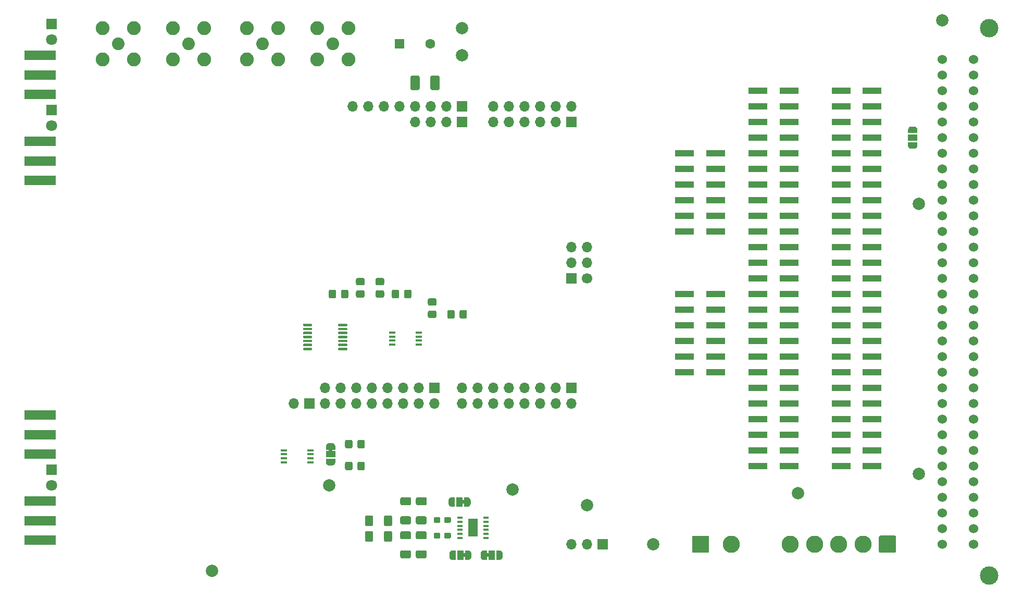
<source format=gts>
%TF.GenerationSoftware,KiCad,Pcbnew,5.1.10-88a1d61d58~88~ubuntu18.04.1*%
%TF.CreationDate,2021-05-13T12:28:33+02:00*%
%TF.ProjectId,FPGA_buffer_board,46504741-5f62-4756-9666-65725f626f61,1.1*%
%TF.SameCoordinates,Original*%
%TF.FileFunction,Soldermask,Top*%
%TF.FilePolarity,Negative*%
%FSLAX46Y46*%
G04 Gerber Fmt 4.6, Leading zero omitted, Abs format (unit mm)*
G04 Created by KiCad (PCBNEW 5.1.10-88a1d61d58~88~ubuntu18.04.1) date 2021-05-13 12:28:33*
%MOMM*%
%LPD*%
G01*
G04 APERTURE LIST*
%ADD10O,1.700000X1.700000*%
%ADD11R,1.700000X1.700000*%
%ADD12R,3.150000X1.000000*%
%ADD13C,0.100000*%
%ADD14R,1.000000X1.500000*%
%ADD15R,1.600000X1.600000*%
%ADD16C,1.600000*%
%ADD17R,1.500000X1.000000*%
%ADD18C,2.800000*%
%ADD19R,1.100000X0.400000*%
%ADD20R,0.890000X0.420000*%
%ADD21R,1.650000X2.850000*%
%ADD22R,5.080000X1.500000*%
%ADD23R,2.800000X2.800000*%
%ADD24C,1.700000*%
%ADD25C,1.524000*%
%ADD26C,3.000000*%
%ADD27C,2.050000*%
%ADD28C,2.250000*%
%ADD29R,1.800000X1.800000*%
%ADD30C,1.800000*%
%ADD31C,2.000000*%
G04 APERTURE END LIST*
D10*
X165735000Y-68580000D03*
X165735000Y-71120000D03*
X168275000Y-68580000D03*
X168275000Y-71120000D03*
X170815000Y-68580000D03*
X170815000Y-71120000D03*
X173355000Y-68580000D03*
X173355000Y-71120000D03*
X175895000Y-68580000D03*
X175895000Y-71120000D03*
X178435000Y-68580000D03*
D11*
X178435000Y-71120000D03*
D12*
X201900000Y-88900000D03*
X196850000Y-88900000D03*
X201900000Y-86360000D03*
X196850000Y-86360000D03*
X201900000Y-83820000D03*
X196850000Y-83820000D03*
X201900000Y-81280000D03*
X196850000Y-81280000D03*
X201900000Y-78740000D03*
X196850000Y-78740000D03*
X201900000Y-76200000D03*
X196850000Y-76200000D03*
D13*
G36*
X161024000Y-133142000D02*
G01*
X160674000Y-133142000D01*
X160674000Y-132542000D01*
X161024000Y-132542000D01*
X161024000Y-132092000D01*
X161574000Y-132092000D01*
X161574000Y-132092602D01*
X161598534Y-132092602D01*
X161647365Y-132097412D01*
X161695490Y-132106984D01*
X161742445Y-132121228D01*
X161787778Y-132140005D01*
X161831051Y-132163136D01*
X161871850Y-132190396D01*
X161909779Y-132221524D01*
X161944476Y-132256221D01*
X161975604Y-132294150D01*
X162002864Y-132334949D01*
X162025995Y-132378222D01*
X162044772Y-132423555D01*
X162059016Y-132470510D01*
X162068588Y-132518635D01*
X162073398Y-132567466D01*
X162073398Y-132592000D01*
X162074000Y-132592000D01*
X162074000Y-133092000D01*
X162073398Y-133092000D01*
X162073398Y-133116534D01*
X162068588Y-133165365D01*
X162059016Y-133213490D01*
X162044772Y-133260445D01*
X162025995Y-133305778D01*
X162002864Y-133349051D01*
X161975604Y-133389850D01*
X161944476Y-133427779D01*
X161909779Y-133462476D01*
X161871850Y-133493604D01*
X161831051Y-133520864D01*
X161787778Y-133543995D01*
X161742445Y-133562772D01*
X161695490Y-133577016D01*
X161647365Y-133586588D01*
X161598534Y-133591398D01*
X161574000Y-133591398D01*
X161574000Y-133592000D01*
X161024000Y-133592000D01*
X161024000Y-133142000D01*
G37*
G36*
X158974000Y-133591398D02*
G01*
X158949466Y-133591398D01*
X158900635Y-133586588D01*
X158852510Y-133577016D01*
X158805555Y-133562772D01*
X158760222Y-133543995D01*
X158716949Y-133520864D01*
X158676150Y-133493604D01*
X158638221Y-133462476D01*
X158603524Y-133427779D01*
X158572396Y-133389850D01*
X158545136Y-133349051D01*
X158522005Y-133305778D01*
X158503228Y-133260445D01*
X158488984Y-133213490D01*
X158479412Y-133165365D01*
X158474602Y-133116534D01*
X158474602Y-133092000D01*
X158474000Y-133092000D01*
X158474000Y-132592000D01*
X158474602Y-132592000D01*
X158474602Y-132567466D01*
X158479412Y-132518635D01*
X158488984Y-132470510D01*
X158503228Y-132423555D01*
X158522005Y-132378222D01*
X158545136Y-132334949D01*
X158572396Y-132294150D01*
X158603524Y-132256221D01*
X158638221Y-132221524D01*
X158676150Y-132190396D01*
X158716949Y-132163136D01*
X158760222Y-132140005D01*
X158805555Y-132121228D01*
X158852510Y-132106984D01*
X158900635Y-132097412D01*
X158949466Y-132092602D01*
X158974000Y-132092602D01*
X158974000Y-132092000D01*
X159524000Y-132092000D01*
X159524000Y-133592000D01*
X158974000Y-133592000D01*
X158974000Y-133591398D01*
G37*
D14*
X160274000Y-132842000D03*
D15*
X150495000Y-58420000D03*
D16*
X155495000Y-58420000D03*
D14*
X160401000Y-141478000D03*
D13*
G36*
X159101000Y-142227398D02*
G01*
X159076466Y-142227398D01*
X159027635Y-142222588D01*
X158979510Y-142213016D01*
X158932555Y-142198772D01*
X158887222Y-142179995D01*
X158843949Y-142156864D01*
X158803150Y-142129604D01*
X158765221Y-142098476D01*
X158730524Y-142063779D01*
X158699396Y-142025850D01*
X158672136Y-141985051D01*
X158649005Y-141941778D01*
X158630228Y-141896445D01*
X158615984Y-141849490D01*
X158606412Y-141801365D01*
X158601602Y-141752534D01*
X158601602Y-141728000D01*
X158601000Y-141728000D01*
X158601000Y-141228000D01*
X158601602Y-141228000D01*
X158601602Y-141203466D01*
X158606412Y-141154635D01*
X158615984Y-141106510D01*
X158630228Y-141059555D01*
X158649005Y-141014222D01*
X158672136Y-140970949D01*
X158699396Y-140930150D01*
X158730524Y-140892221D01*
X158765221Y-140857524D01*
X158803150Y-140826396D01*
X158843949Y-140799136D01*
X158887222Y-140776005D01*
X158932555Y-140757228D01*
X158979510Y-140742984D01*
X159027635Y-140733412D01*
X159076466Y-140728602D01*
X159101000Y-140728602D01*
X159101000Y-140728000D01*
X159651000Y-140728000D01*
X159651000Y-142228000D01*
X159101000Y-142228000D01*
X159101000Y-142227398D01*
G37*
G36*
X161151000Y-141778000D02*
G01*
X160801000Y-141778000D01*
X160801000Y-141178000D01*
X161151000Y-141178000D01*
X161151000Y-140728000D01*
X161701000Y-140728000D01*
X161701000Y-140728602D01*
X161725534Y-140728602D01*
X161774365Y-140733412D01*
X161822490Y-140742984D01*
X161869445Y-140757228D01*
X161914778Y-140776005D01*
X161958051Y-140799136D01*
X161998850Y-140826396D01*
X162036779Y-140857524D01*
X162071476Y-140892221D01*
X162102604Y-140930150D01*
X162129864Y-140970949D01*
X162152995Y-141014222D01*
X162171772Y-141059555D01*
X162186016Y-141106510D01*
X162195588Y-141154635D01*
X162200398Y-141203466D01*
X162200398Y-141228000D01*
X162201000Y-141228000D01*
X162201000Y-141728000D01*
X162200398Y-141728000D01*
X162200398Y-141752534D01*
X162195588Y-141801365D01*
X162186016Y-141849490D01*
X162171772Y-141896445D01*
X162152995Y-141941778D01*
X162129864Y-141985051D01*
X162102604Y-142025850D01*
X162071476Y-142063779D01*
X162036779Y-142098476D01*
X161998850Y-142129604D01*
X161958051Y-142156864D01*
X161914778Y-142179995D01*
X161869445Y-142198772D01*
X161822490Y-142213016D01*
X161774365Y-142222588D01*
X161725534Y-142227398D01*
X161701000Y-142227398D01*
X161701000Y-142228000D01*
X161151000Y-142228000D01*
X161151000Y-141778000D01*
G37*
G36*
X164731000Y-141178000D02*
G01*
X165081000Y-141178000D01*
X165081000Y-141778000D01*
X164731000Y-141778000D01*
X164731000Y-142228000D01*
X164181000Y-142228000D01*
X164181000Y-142227398D01*
X164156466Y-142227398D01*
X164107635Y-142222588D01*
X164059510Y-142213016D01*
X164012555Y-142198772D01*
X163967222Y-142179995D01*
X163923949Y-142156864D01*
X163883150Y-142129604D01*
X163845221Y-142098476D01*
X163810524Y-142063779D01*
X163779396Y-142025850D01*
X163752136Y-141985051D01*
X163729005Y-141941778D01*
X163710228Y-141896445D01*
X163695984Y-141849490D01*
X163686412Y-141801365D01*
X163681602Y-141752534D01*
X163681602Y-141728000D01*
X163681000Y-141728000D01*
X163681000Y-141228000D01*
X163681602Y-141228000D01*
X163681602Y-141203466D01*
X163686412Y-141154635D01*
X163695984Y-141106510D01*
X163710228Y-141059555D01*
X163729005Y-141014222D01*
X163752136Y-140970949D01*
X163779396Y-140930150D01*
X163810524Y-140892221D01*
X163845221Y-140857524D01*
X163883150Y-140826396D01*
X163923949Y-140799136D01*
X163967222Y-140776005D01*
X164012555Y-140757228D01*
X164059510Y-140742984D01*
X164107635Y-140733412D01*
X164156466Y-140728602D01*
X164181000Y-140728602D01*
X164181000Y-140728000D01*
X164731000Y-140728000D01*
X164731000Y-141178000D01*
G37*
G36*
X166781000Y-140728602D02*
G01*
X166805534Y-140728602D01*
X166854365Y-140733412D01*
X166902490Y-140742984D01*
X166949445Y-140757228D01*
X166994778Y-140776005D01*
X167038051Y-140799136D01*
X167078850Y-140826396D01*
X167116779Y-140857524D01*
X167151476Y-140892221D01*
X167182604Y-140930150D01*
X167209864Y-140970949D01*
X167232995Y-141014222D01*
X167251772Y-141059555D01*
X167266016Y-141106510D01*
X167275588Y-141154635D01*
X167280398Y-141203466D01*
X167280398Y-141228000D01*
X167281000Y-141228000D01*
X167281000Y-141728000D01*
X167280398Y-141728000D01*
X167280398Y-141752534D01*
X167275588Y-141801365D01*
X167266016Y-141849490D01*
X167251772Y-141896445D01*
X167232995Y-141941778D01*
X167209864Y-141985051D01*
X167182604Y-142025850D01*
X167151476Y-142063779D01*
X167116779Y-142098476D01*
X167078850Y-142129604D01*
X167038051Y-142156864D01*
X166994778Y-142179995D01*
X166949445Y-142198772D01*
X166902490Y-142213016D01*
X166854365Y-142222588D01*
X166805534Y-142227398D01*
X166781000Y-142227398D01*
X166781000Y-142228000D01*
X166231000Y-142228000D01*
X166231000Y-140728000D01*
X166781000Y-140728000D01*
X166781000Y-140728602D01*
G37*
D14*
X165481000Y-141478000D03*
D13*
G36*
X139619000Y-124345000D02*
G01*
X139619000Y-124695000D01*
X139019000Y-124695000D01*
X139019000Y-124345000D01*
X138569000Y-124345000D01*
X138569000Y-123795000D01*
X138569602Y-123795000D01*
X138569602Y-123770466D01*
X138574412Y-123721635D01*
X138583984Y-123673510D01*
X138598228Y-123626555D01*
X138617005Y-123581222D01*
X138640136Y-123537949D01*
X138667396Y-123497150D01*
X138698524Y-123459221D01*
X138733221Y-123424524D01*
X138771150Y-123393396D01*
X138811949Y-123366136D01*
X138855222Y-123343005D01*
X138900555Y-123324228D01*
X138947510Y-123309984D01*
X138995635Y-123300412D01*
X139044466Y-123295602D01*
X139069000Y-123295602D01*
X139069000Y-123295000D01*
X139569000Y-123295000D01*
X139569000Y-123295602D01*
X139593534Y-123295602D01*
X139642365Y-123300412D01*
X139690490Y-123309984D01*
X139737445Y-123324228D01*
X139782778Y-123343005D01*
X139826051Y-123366136D01*
X139866850Y-123393396D01*
X139904779Y-123424524D01*
X139939476Y-123459221D01*
X139970604Y-123497150D01*
X139997864Y-123537949D01*
X140020995Y-123581222D01*
X140039772Y-123626555D01*
X140054016Y-123673510D01*
X140063588Y-123721635D01*
X140068398Y-123770466D01*
X140068398Y-123795000D01*
X140069000Y-123795000D01*
X140069000Y-124345000D01*
X139619000Y-124345000D01*
G37*
G36*
X140068398Y-126395000D02*
G01*
X140068398Y-126419534D01*
X140063588Y-126468365D01*
X140054016Y-126516490D01*
X140039772Y-126563445D01*
X140020995Y-126608778D01*
X139997864Y-126652051D01*
X139970604Y-126692850D01*
X139939476Y-126730779D01*
X139904779Y-126765476D01*
X139866850Y-126796604D01*
X139826051Y-126823864D01*
X139782778Y-126846995D01*
X139737445Y-126865772D01*
X139690490Y-126880016D01*
X139642365Y-126889588D01*
X139593534Y-126894398D01*
X139569000Y-126894398D01*
X139569000Y-126895000D01*
X139069000Y-126895000D01*
X139069000Y-126894398D01*
X139044466Y-126894398D01*
X138995635Y-126889588D01*
X138947510Y-126880016D01*
X138900555Y-126865772D01*
X138855222Y-126846995D01*
X138811949Y-126823864D01*
X138771150Y-126796604D01*
X138733221Y-126765476D01*
X138698524Y-126730779D01*
X138667396Y-126692850D01*
X138640136Y-126652051D01*
X138617005Y-126608778D01*
X138598228Y-126563445D01*
X138583984Y-126516490D01*
X138574412Y-126468365D01*
X138569602Y-126419534D01*
X138569602Y-126395000D01*
X138569000Y-126395000D01*
X138569000Y-125845000D01*
X140069000Y-125845000D01*
X140069000Y-126395000D01*
X140068398Y-126395000D01*
G37*
D17*
X139319000Y-125095000D03*
D11*
X183515000Y-139700000D03*
D10*
X180975000Y-139700000D03*
X178435000Y-139700000D03*
G36*
G01*
X152285000Y-65695000D02*
X152285000Y-63845000D01*
G75*
G02*
X152535000Y-63595000I250000J0D01*
G01*
X153535000Y-63595000D01*
G75*
G02*
X153785000Y-63845000I0J-250000D01*
G01*
X153785000Y-65695000D01*
G75*
G02*
X153535000Y-65945000I-250000J0D01*
G01*
X152535000Y-65945000D01*
G75*
G02*
X152285000Y-65695000I0J250000D01*
G01*
G37*
G36*
G01*
X155535000Y-65695000D02*
X155535000Y-63845000D01*
G75*
G02*
X155785000Y-63595000I250000J0D01*
G01*
X156785000Y-63595000D01*
G75*
G02*
X157035000Y-63845000I0J-250000D01*
G01*
X157035000Y-65695000D01*
G75*
G02*
X156785000Y-65945000I-250000J0D01*
G01*
X155785000Y-65945000D01*
G75*
G02*
X155535000Y-65695000I0J250000D01*
G01*
G37*
G36*
G01*
X231235000Y-138560400D02*
X231235000Y-140839600D01*
G75*
G02*
X230974600Y-141100000I-260400J0D01*
G01*
X228695400Y-141100000D01*
G75*
G02*
X228435000Y-140839600I0J260400D01*
G01*
X228435000Y-138560400D01*
G75*
G02*
X228695400Y-138300000I260400J0D01*
G01*
X230974600Y-138300000D01*
G75*
G02*
X231235000Y-138560400I0J-260400D01*
G01*
G37*
D18*
X225875000Y-139700000D03*
X221915000Y-139700000D03*
X217955000Y-139700000D03*
X213995000Y-139700000D03*
D19*
X131708000Y-124445000D03*
X131708000Y-125095000D03*
X131708000Y-125745000D03*
X131708000Y-126395000D03*
X136008000Y-126395000D03*
X136008000Y-125745000D03*
X136008000Y-125095000D03*
X136008000Y-124445000D03*
D20*
X160331000Y-135408000D03*
X160331000Y-136058000D03*
X160331000Y-136708000D03*
X160331000Y-137358000D03*
X160331000Y-138008000D03*
X160331000Y-138658000D03*
X164541000Y-138658000D03*
X164541000Y-138008000D03*
X164541000Y-137358000D03*
X164541000Y-136708000D03*
X164541000Y-136058000D03*
X164541000Y-135408000D03*
D21*
X162436000Y-137033000D03*
D12*
X196850000Y-99060000D03*
X201900000Y-99060000D03*
X196850000Y-101600000D03*
X201900000Y-101600000D03*
X196850000Y-104140000D03*
X201900000Y-104140000D03*
X196850000Y-106680000D03*
X201900000Y-106680000D03*
X196850000Y-109220000D03*
X201900000Y-109220000D03*
X196850000Y-111760000D03*
X201900000Y-111760000D03*
D22*
X92075000Y-132715000D03*
X92075000Y-139065000D03*
X92075000Y-135890000D03*
X92075000Y-121920000D03*
X92075000Y-125095000D03*
X92075000Y-118745000D03*
D23*
X199470000Y-139700000D03*
D18*
X204470000Y-139700000D03*
D13*
G36*
X233184602Y-72360000D02*
G01*
X233184602Y-72335466D01*
X233189412Y-72286635D01*
X233198984Y-72238510D01*
X233213228Y-72191555D01*
X233232005Y-72146222D01*
X233255136Y-72102949D01*
X233282396Y-72062150D01*
X233313524Y-72024221D01*
X233348221Y-71989524D01*
X233386150Y-71958396D01*
X233426949Y-71931136D01*
X233470222Y-71908005D01*
X233515555Y-71889228D01*
X233562510Y-71874984D01*
X233610635Y-71865412D01*
X233659466Y-71860602D01*
X233684000Y-71860602D01*
X233684000Y-71860000D01*
X234184000Y-71860000D01*
X234184000Y-71860602D01*
X234208534Y-71860602D01*
X234257365Y-71865412D01*
X234305490Y-71874984D01*
X234352445Y-71889228D01*
X234397778Y-71908005D01*
X234441051Y-71931136D01*
X234481850Y-71958396D01*
X234519779Y-71989524D01*
X234554476Y-72024221D01*
X234585604Y-72062150D01*
X234612864Y-72102949D01*
X234635995Y-72146222D01*
X234654772Y-72191555D01*
X234669016Y-72238510D01*
X234678588Y-72286635D01*
X234683398Y-72335466D01*
X234683398Y-72360000D01*
X234684000Y-72360000D01*
X234684000Y-72910000D01*
X233184000Y-72910000D01*
X233184000Y-72360000D01*
X233184602Y-72360000D01*
G37*
D17*
X233934000Y-73660000D03*
D13*
G36*
X234684000Y-74410000D02*
G01*
X234684000Y-74960000D01*
X234683398Y-74960000D01*
X234683398Y-74984534D01*
X234678588Y-75033365D01*
X234669016Y-75081490D01*
X234654772Y-75128445D01*
X234635995Y-75173778D01*
X234612864Y-75217051D01*
X234585604Y-75257850D01*
X234554476Y-75295779D01*
X234519779Y-75330476D01*
X234481850Y-75361604D01*
X234441051Y-75388864D01*
X234397778Y-75411995D01*
X234352445Y-75430772D01*
X234305490Y-75445016D01*
X234257365Y-75454588D01*
X234208534Y-75459398D01*
X234184000Y-75459398D01*
X234184000Y-75460000D01*
X233684000Y-75460000D01*
X233684000Y-75459398D01*
X233659466Y-75459398D01*
X233610635Y-75454588D01*
X233562510Y-75445016D01*
X233515555Y-75430772D01*
X233470222Y-75411995D01*
X233426949Y-75388864D01*
X233386150Y-75361604D01*
X233348221Y-75330476D01*
X233313524Y-75295779D01*
X233282396Y-75257850D01*
X233255136Y-75217051D01*
X233232005Y-75173778D01*
X233213228Y-75128445D01*
X233198984Y-75081490D01*
X233189412Y-75033365D01*
X233184602Y-74984534D01*
X233184602Y-74960000D01*
X233184000Y-74960000D01*
X233184000Y-74410000D01*
X234684000Y-74410000D01*
G37*
G36*
G01*
X158866000Y-135525500D02*
X158866000Y-136000500D01*
G75*
G02*
X158628500Y-136238000I-237500J0D01*
G01*
X158028500Y-136238000D01*
G75*
G02*
X157791000Y-136000500I0J237500D01*
G01*
X157791000Y-135525500D01*
G75*
G02*
X158028500Y-135288000I237500J0D01*
G01*
X158628500Y-135288000D01*
G75*
G02*
X158866000Y-135525500I0J-237500D01*
G01*
G37*
G36*
G01*
X157141000Y-135525500D02*
X157141000Y-136000500D01*
G75*
G02*
X156903500Y-136238000I-237500J0D01*
G01*
X156303500Y-136238000D01*
G75*
G02*
X156066000Y-136000500I0J237500D01*
G01*
X156066000Y-135525500D01*
G75*
G02*
X156303500Y-135288000I237500J0D01*
G01*
X156903500Y-135288000D01*
G75*
G02*
X157141000Y-135525500I0J-237500D01*
G01*
G37*
G36*
G01*
X157141000Y-138065500D02*
X157141000Y-138540500D01*
G75*
G02*
X156903500Y-138778000I-237500J0D01*
G01*
X156303500Y-138778000D01*
G75*
G02*
X156066000Y-138540500I0J237500D01*
G01*
X156066000Y-138065500D01*
G75*
G02*
X156303500Y-137828000I237500J0D01*
G01*
X156903500Y-137828000D01*
G75*
G02*
X157141000Y-138065500I0J-237500D01*
G01*
G37*
G36*
G01*
X158866000Y-138065500D02*
X158866000Y-138540500D01*
G75*
G02*
X158628500Y-138778000I-237500J0D01*
G01*
X158028500Y-138778000D01*
G75*
G02*
X157791000Y-138540500I0J237500D01*
G01*
X157791000Y-138065500D01*
G75*
G02*
X158028500Y-137828000I237500J0D01*
G01*
X158628500Y-137828000D01*
G75*
G02*
X158866000Y-138065500I0J-237500D01*
G01*
G37*
D12*
X227330000Y-127000000D03*
X222280000Y-127000000D03*
X227330000Y-124460000D03*
X222280000Y-124460000D03*
X227330000Y-121920000D03*
X222280000Y-121920000D03*
X227330000Y-119380000D03*
X222280000Y-119380000D03*
X227330000Y-116840000D03*
X222280000Y-116840000D03*
X227330000Y-114300000D03*
X222280000Y-114300000D03*
X227330000Y-111760000D03*
X222280000Y-111760000D03*
X227330000Y-109220000D03*
X222280000Y-109220000D03*
X227330000Y-106680000D03*
X222280000Y-106680000D03*
X227330000Y-104140000D03*
X222280000Y-104140000D03*
X227330000Y-101600000D03*
X222280000Y-101600000D03*
X227330000Y-99060000D03*
X222280000Y-99060000D03*
X227330000Y-96520000D03*
X222280000Y-96520000D03*
X227330000Y-93980000D03*
X222280000Y-93980000D03*
X227330000Y-91440000D03*
X222280000Y-91440000D03*
X227330000Y-88900000D03*
X222280000Y-88900000D03*
X227330000Y-86360000D03*
X222280000Y-86360000D03*
X227330000Y-83820000D03*
X222280000Y-83820000D03*
X227330000Y-81280000D03*
X222280000Y-81280000D03*
X227330000Y-78740000D03*
X222280000Y-78740000D03*
X227330000Y-76200000D03*
X222280000Y-76200000D03*
X227330000Y-73660000D03*
X222280000Y-73660000D03*
X227330000Y-71120000D03*
X222280000Y-71120000D03*
X227330000Y-68580000D03*
X222280000Y-68580000D03*
X227330000Y-66040000D03*
X222280000Y-66040000D03*
X213838000Y-127000000D03*
X208788000Y-127000000D03*
X213838000Y-124460000D03*
X208788000Y-124460000D03*
X213838000Y-121920000D03*
X208788000Y-121920000D03*
X213838000Y-119380000D03*
X208788000Y-119380000D03*
X213838000Y-116840000D03*
X208788000Y-116840000D03*
X213838000Y-114300000D03*
X208788000Y-114300000D03*
X213838000Y-111760000D03*
X208788000Y-111760000D03*
X213838000Y-109220000D03*
X208788000Y-109220000D03*
X213838000Y-106680000D03*
X208788000Y-106680000D03*
X213838000Y-104140000D03*
X208788000Y-104140000D03*
X213838000Y-101600000D03*
X208788000Y-101600000D03*
X213838000Y-99060000D03*
X208788000Y-99060000D03*
X213838000Y-96520000D03*
X208788000Y-96520000D03*
X213838000Y-93980000D03*
X208788000Y-93980000D03*
X213838000Y-91440000D03*
X208788000Y-91440000D03*
X213838000Y-88900000D03*
X208788000Y-88900000D03*
X213838000Y-86360000D03*
X208788000Y-86360000D03*
X213838000Y-83820000D03*
X208788000Y-83820000D03*
X213838000Y-81280000D03*
X208788000Y-81280000D03*
X213838000Y-78740000D03*
X208788000Y-78740000D03*
X213838000Y-76200000D03*
X208788000Y-76200000D03*
X213838000Y-73660000D03*
X208788000Y-73660000D03*
X213838000Y-71120000D03*
X208788000Y-71120000D03*
X213838000Y-68580000D03*
X208788000Y-68580000D03*
X213838000Y-66040000D03*
X208788000Y-66040000D03*
D24*
X180975000Y-96520000D03*
D11*
X178435000Y-96520000D03*
D10*
X180975000Y-93980000D03*
X178435000Y-93980000D03*
X180975000Y-91440000D03*
X178435000Y-91440000D03*
D25*
X238760000Y-60960000D03*
X238760000Y-63500000D03*
X238760000Y-66040000D03*
X238760000Y-68580000D03*
X238760000Y-71120000D03*
X238760000Y-73660000D03*
X238760000Y-76200000D03*
X238760000Y-78740000D03*
X238760000Y-81280000D03*
X238760000Y-83820000D03*
X238760000Y-86360000D03*
X238760000Y-88900000D03*
X238760000Y-91440000D03*
X238760000Y-93980000D03*
X238760000Y-96520000D03*
X238760000Y-99060000D03*
X238760000Y-101600000D03*
X238760000Y-104140000D03*
X238760000Y-106680000D03*
X238760000Y-109220000D03*
X238760000Y-111760000D03*
X238760000Y-114300000D03*
X238760000Y-116840000D03*
X238760000Y-119380000D03*
X238760000Y-121920000D03*
X238760000Y-124460000D03*
X238760000Y-127000000D03*
X238760000Y-129540000D03*
X238760000Y-132080000D03*
X238760000Y-134620000D03*
X238760000Y-137160000D03*
X238760000Y-139700000D03*
X243840000Y-139700000D03*
X243840000Y-137160000D03*
X243840000Y-134620000D03*
X243840000Y-132080000D03*
X243840000Y-129540000D03*
X243840000Y-127000000D03*
X243840000Y-124460000D03*
X243840000Y-121920000D03*
X243840000Y-119380000D03*
X243840000Y-116840000D03*
X243840000Y-114300000D03*
X243840000Y-111760000D03*
X243840000Y-109220000D03*
X243840000Y-106680000D03*
X243840000Y-104140000D03*
X243840000Y-101600000D03*
X243840000Y-99060000D03*
X243840000Y-96520000D03*
X243840000Y-93980000D03*
X243840000Y-91440000D03*
X243840000Y-88900000D03*
X243840000Y-86360000D03*
X243840000Y-83820000D03*
X243840000Y-81280000D03*
X243840000Y-78740000D03*
X243840000Y-76200000D03*
X243840000Y-73660000D03*
X243840000Y-71120000D03*
X243840000Y-68580000D03*
X243840000Y-66040000D03*
X243840000Y-63500000D03*
X243840000Y-60960000D03*
D26*
X246380000Y-144780000D03*
X246380000Y-55880000D03*
G36*
G01*
X144902500Y-136515001D02*
X144902500Y-135264999D01*
G75*
G02*
X145152499Y-135015000I249999J0D01*
G01*
X145952501Y-135015000D01*
G75*
G02*
X146202500Y-135264999I0J-249999D01*
G01*
X146202500Y-136515001D01*
G75*
G02*
X145952501Y-136765000I-249999J0D01*
G01*
X145152499Y-136765000D01*
G75*
G02*
X144902500Y-136515001I0J249999D01*
G01*
G37*
G36*
G01*
X148002500Y-136515001D02*
X148002500Y-135264999D01*
G75*
G02*
X148252499Y-135015000I249999J0D01*
G01*
X149052501Y-135015000D01*
G75*
G02*
X149302500Y-135264999I0J-249999D01*
G01*
X149302500Y-136515001D01*
G75*
G02*
X149052501Y-136765000I-249999J0D01*
G01*
X148252499Y-136765000D01*
G75*
G02*
X148002500Y-136515001I0J249999D01*
G01*
G37*
G36*
G01*
X148002500Y-139055001D02*
X148002500Y-137804999D01*
G75*
G02*
X148252499Y-137555000I249999J0D01*
G01*
X149052501Y-137555000D01*
G75*
G02*
X149302500Y-137804999I0J-249999D01*
G01*
X149302500Y-139055001D01*
G75*
G02*
X149052501Y-139305000I-249999J0D01*
G01*
X148252499Y-139305000D01*
G75*
G02*
X148002500Y-139055001I0J249999D01*
G01*
G37*
G36*
G01*
X144902500Y-139055001D02*
X144902500Y-137804999D01*
G75*
G02*
X145152499Y-137555000I249999J0D01*
G01*
X145952501Y-137555000D01*
G75*
G02*
X146202500Y-137804999I0J-249999D01*
G01*
X146202500Y-139055001D01*
G75*
G02*
X145952501Y-139305000I-249999J0D01*
G01*
X145152499Y-139305000D01*
G75*
G02*
X144902500Y-139055001I0J249999D01*
G01*
G37*
G36*
G01*
X152136001Y-141990500D02*
X150885999Y-141990500D01*
G75*
G02*
X150636000Y-141740501I0J249999D01*
G01*
X150636000Y-140940499D01*
G75*
G02*
X150885999Y-140690500I249999J0D01*
G01*
X152136001Y-140690500D01*
G75*
G02*
X152386000Y-140940499I0J-249999D01*
G01*
X152386000Y-141740501D01*
G75*
G02*
X152136001Y-141990500I-249999J0D01*
G01*
G37*
G36*
G01*
X152136001Y-138890500D02*
X150885999Y-138890500D01*
G75*
G02*
X150636000Y-138640501I0J249999D01*
G01*
X150636000Y-137840499D01*
G75*
G02*
X150885999Y-137590500I249999J0D01*
G01*
X152136001Y-137590500D01*
G75*
G02*
X152386000Y-137840499I0J-249999D01*
G01*
X152386000Y-138640501D01*
G75*
G02*
X152136001Y-138890500I-249999J0D01*
G01*
G37*
G36*
G01*
X154676001Y-141990500D02*
X153425999Y-141990500D01*
G75*
G02*
X153176000Y-141740501I0J249999D01*
G01*
X153176000Y-140940499D01*
G75*
G02*
X153425999Y-140690500I249999J0D01*
G01*
X154676001Y-140690500D01*
G75*
G02*
X154926000Y-140940499I0J-249999D01*
G01*
X154926000Y-141740501D01*
G75*
G02*
X154676001Y-141990500I-249999J0D01*
G01*
G37*
G36*
G01*
X154676001Y-138890500D02*
X153425999Y-138890500D01*
G75*
G02*
X153176000Y-138640501I0J249999D01*
G01*
X153176000Y-137840499D01*
G75*
G02*
X153425999Y-137590500I249999J0D01*
G01*
X154676001Y-137590500D01*
G75*
G02*
X154926000Y-137840499I0J-249999D01*
G01*
X154926000Y-138640501D01*
G75*
G02*
X154676001Y-138890500I-249999J0D01*
G01*
G37*
G36*
G01*
X153425999Y-135175500D02*
X154676001Y-135175500D01*
G75*
G02*
X154926000Y-135425499I0J-249999D01*
G01*
X154926000Y-136225501D01*
G75*
G02*
X154676001Y-136475500I-249999J0D01*
G01*
X153425999Y-136475500D01*
G75*
G02*
X153176000Y-136225501I0J249999D01*
G01*
X153176000Y-135425499D01*
G75*
G02*
X153425999Y-135175500I249999J0D01*
G01*
G37*
G36*
G01*
X153425999Y-132075500D02*
X154676001Y-132075500D01*
G75*
G02*
X154926000Y-132325499I0J-249999D01*
G01*
X154926000Y-133125501D01*
G75*
G02*
X154676001Y-133375500I-249999J0D01*
G01*
X153425999Y-133375500D01*
G75*
G02*
X153176000Y-133125501I0J249999D01*
G01*
X153176000Y-132325499D01*
G75*
G02*
X153425999Y-132075500I249999J0D01*
G01*
G37*
G36*
G01*
X150885999Y-135175500D02*
X152136001Y-135175500D01*
G75*
G02*
X152386000Y-135425499I0J-249999D01*
G01*
X152386000Y-136225501D01*
G75*
G02*
X152136001Y-136475500I-249999J0D01*
G01*
X150885999Y-136475500D01*
G75*
G02*
X150636000Y-136225501I0J249999D01*
G01*
X150636000Y-135425499D01*
G75*
G02*
X150885999Y-135175500I249999J0D01*
G01*
G37*
G36*
G01*
X150885999Y-132075500D02*
X152136001Y-132075500D01*
G75*
G02*
X152386000Y-132325499I0J-249999D01*
G01*
X152386000Y-133125501D01*
G75*
G02*
X152136001Y-133375500I-249999J0D01*
G01*
X150885999Y-133375500D01*
G75*
G02*
X150636000Y-133125501I0J249999D01*
G01*
X150636000Y-132325499D01*
G75*
G02*
X150885999Y-132075500I249999J0D01*
G01*
G37*
G36*
G01*
X143665000Y-127450001D02*
X143665000Y-126549999D01*
G75*
G02*
X143914999Y-126300000I249999J0D01*
G01*
X144615001Y-126300000D01*
G75*
G02*
X144865000Y-126549999I0J-249999D01*
G01*
X144865000Y-127450001D01*
G75*
G02*
X144615001Y-127700000I-249999J0D01*
G01*
X143914999Y-127700000D01*
G75*
G02*
X143665000Y-127450001I0J249999D01*
G01*
G37*
G36*
G01*
X141665000Y-127450001D02*
X141665000Y-126549999D01*
G75*
G02*
X141914999Y-126300000I249999J0D01*
G01*
X142615001Y-126300000D01*
G75*
G02*
X142865000Y-126549999I0J-249999D01*
G01*
X142865000Y-127450001D01*
G75*
G02*
X142615001Y-127700000I-249999J0D01*
G01*
X141914999Y-127700000D01*
G75*
G02*
X141665000Y-127450001I0J249999D01*
G01*
G37*
G36*
G01*
X143665000Y-123894001D02*
X143665000Y-122993999D01*
G75*
G02*
X143914999Y-122744000I249999J0D01*
G01*
X144615001Y-122744000D01*
G75*
G02*
X144865000Y-122993999I0J-249999D01*
G01*
X144865000Y-123894001D01*
G75*
G02*
X144615001Y-124144000I-249999J0D01*
G01*
X143914999Y-124144000D01*
G75*
G02*
X143665000Y-123894001I0J249999D01*
G01*
G37*
G36*
G01*
X141665000Y-123894001D02*
X141665000Y-122993999D01*
G75*
G02*
X141914999Y-122744000I249999J0D01*
G01*
X142615001Y-122744000D01*
G75*
G02*
X142865000Y-122993999I0J-249999D01*
G01*
X142865000Y-123894001D01*
G75*
G02*
X142615001Y-124144000I-249999J0D01*
G01*
X141914999Y-124144000D01*
G75*
G02*
X141665000Y-123894001I0J249999D01*
G01*
G37*
D22*
X92075000Y-60325000D03*
X92075000Y-66675000D03*
X92075000Y-63500000D03*
D27*
X104775000Y-58420000D03*
D28*
X107315000Y-60960000D03*
X107315000Y-55880000D03*
X102235000Y-55880000D03*
X102235000Y-60960000D03*
D27*
X116205000Y-58420000D03*
D28*
X118745000Y-60960000D03*
X118745000Y-55880000D03*
X113665000Y-55880000D03*
X113665000Y-60960000D03*
G36*
G01*
X144595001Y-97660000D02*
X143694999Y-97660000D01*
G75*
G02*
X143445000Y-97410001I0J249999D01*
G01*
X143445000Y-96709999D01*
G75*
G02*
X143694999Y-96460000I249999J0D01*
G01*
X144595001Y-96460000D01*
G75*
G02*
X144845000Y-96709999I0J-249999D01*
G01*
X144845000Y-97410001D01*
G75*
G02*
X144595001Y-97660000I-249999J0D01*
G01*
G37*
G36*
G01*
X144595001Y-99660000D02*
X143694999Y-99660000D01*
G75*
G02*
X143445000Y-99410001I0J249999D01*
G01*
X143445000Y-98709999D01*
G75*
G02*
X143694999Y-98460000I249999J0D01*
G01*
X144595001Y-98460000D01*
G75*
G02*
X144845000Y-98709999I0J-249999D01*
G01*
X144845000Y-99410001D01*
G75*
G02*
X144595001Y-99660000I-249999J0D01*
G01*
G37*
G36*
G01*
X156279001Y-102962000D02*
X155378999Y-102962000D01*
G75*
G02*
X155129000Y-102712001I0J249999D01*
G01*
X155129000Y-102011999D01*
G75*
G02*
X155378999Y-101762000I249999J0D01*
G01*
X156279001Y-101762000D01*
G75*
G02*
X156529000Y-102011999I0J-249999D01*
G01*
X156529000Y-102712001D01*
G75*
G02*
X156279001Y-102962000I-249999J0D01*
G01*
G37*
G36*
G01*
X156279001Y-100962000D02*
X155378999Y-100962000D01*
G75*
G02*
X155129000Y-100712001I0J249999D01*
G01*
X155129000Y-100011999D01*
G75*
G02*
X155378999Y-99762000I249999J0D01*
G01*
X156279001Y-99762000D01*
G75*
G02*
X156529000Y-100011999I0J-249999D01*
G01*
X156529000Y-100712001D01*
G75*
G02*
X156279001Y-100962000I-249999J0D01*
G01*
G37*
G36*
G01*
X147770001Y-99660000D02*
X146869999Y-99660000D01*
G75*
G02*
X146620000Y-99410001I0J249999D01*
G01*
X146620000Y-98709999D01*
G75*
G02*
X146869999Y-98460000I249999J0D01*
G01*
X147770001Y-98460000D01*
G75*
G02*
X148020000Y-98709999I0J-249999D01*
G01*
X148020000Y-99410001D01*
G75*
G02*
X147770001Y-99660000I-249999J0D01*
G01*
G37*
G36*
G01*
X147770001Y-97660000D02*
X146869999Y-97660000D01*
G75*
G02*
X146620000Y-97410001I0J249999D01*
G01*
X146620000Y-96709999D01*
G75*
G02*
X146869999Y-96460000I249999J0D01*
G01*
X147770001Y-96460000D01*
G75*
G02*
X148020000Y-96709999I0J-249999D01*
G01*
X148020000Y-97410001D01*
G75*
G02*
X147770001Y-97660000I-249999J0D01*
G01*
G37*
G36*
G01*
X141005000Y-99510001D02*
X141005000Y-98609999D01*
G75*
G02*
X141254999Y-98360000I249999J0D01*
G01*
X141955001Y-98360000D01*
G75*
G02*
X142205000Y-98609999I0J-249999D01*
G01*
X142205000Y-99510001D01*
G75*
G02*
X141955001Y-99760000I-249999J0D01*
G01*
X141254999Y-99760000D01*
G75*
G02*
X141005000Y-99510001I0J249999D01*
G01*
G37*
G36*
G01*
X139005000Y-99510001D02*
X139005000Y-98609999D01*
G75*
G02*
X139254999Y-98360000I249999J0D01*
G01*
X139955001Y-98360000D01*
G75*
G02*
X140205000Y-98609999I0J-249999D01*
G01*
X140205000Y-99510001D01*
G75*
G02*
X139955001Y-99760000I-249999J0D01*
G01*
X139254999Y-99760000D01*
G75*
G02*
X139005000Y-99510001I0J249999D01*
G01*
G37*
G36*
G01*
X161477000Y-101911999D02*
X161477000Y-102812001D01*
G75*
G02*
X161227001Y-103062000I-249999J0D01*
G01*
X160526999Y-103062000D01*
G75*
G02*
X160277000Y-102812001I0J249999D01*
G01*
X160277000Y-101911999D01*
G75*
G02*
X160526999Y-101662000I249999J0D01*
G01*
X161227001Y-101662000D01*
G75*
G02*
X161477000Y-101911999I0J-249999D01*
G01*
G37*
G36*
G01*
X159477000Y-101911999D02*
X159477000Y-102812001D01*
G75*
G02*
X159227001Y-103062000I-249999J0D01*
G01*
X158526999Y-103062000D01*
G75*
G02*
X158277000Y-102812001I0J249999D01*
G01*
X158277000Y-101911999D01*
G75*
G02*
X158526999Y-101662000I249999J0D01*
G01*
X159227001Y-101662000D01*
G75*
G02*
X159477000Y-101911999I0J-249999D01*
G01*
G37*
G36*
G01*
X150460000Y-98609999D02*
X150460000Y-99510001D01*
G75*
G02*
X150210001Y-99760000I-249999J0D01*
G01*
X149509999Y-99760000D01*
G75*
G02*
X149260000Y-99510001I0J249999D01*
G01*
X149260000Y-98609999D01*
G75*
G02*
X149509999Y-98360000I249999J0D01*
G01*
X150210001Y-98360000D01*
G75*
G02*
X150460000Y-98609999I0J-249999D01*
G01*
G37*
G36*
G01*
X152460000Y-98609999D02*
X152460000Y-99510001D01*
G75*
G02*
X152210001Y-99760000I-249999J0D01*
G01*
X151509999Y-99760000D01*
G75*
G02*
X151260000Y-99510001I0J249999D01*
G01*
X151260000Y-98609999D01*
G75*
G02*
X151509999Y-98360000I249999J0D01*
G01*
X152210001Y-98360000D01*
G75*
G02*
X152460000Y-98609999I0J-249999D01*
G01*
G37*
D27*
X139700000Y-58420000D03*
D28*
X142240000Y-60960000D03*
X142240000Y-55880000D03*
X137160000Y-55880000D03*
X137160000Y-60960000D03*
X125730000Y-60960000D03*
X125730000Y-55880000D03*
X130810000Y-55880000D03*
X130810000Y-60960000D03*
D27*
X128270000Y-58420000D03*
D22*
X92075000Y-74295000D03*
X92075000Y-80645000D03*
X92075000Y-77470000D03*
G36*
G01*
X134830000Y-104195000D02*
X134830000Y-103995000D01*
G75*
G02*
X134930000Y-103895000I100000J0D01*
G01*
X136205000Y-103895000D01*
G75*
G02*
X136305000Y-103995000I0J-100000D01*
G01*
X136305000Y-104195000D01*
G75*
G02*
X136205000Y-104295000I-100000J0D01*
G01*
X134930000Y-104295000D01*
G75*
G02*
X134830000Y-104195000I0J100000D01*
G01*
G37*
G36*
G01*
X134830000Y-104845000D02*
X134830000Y-104645000D01*
G75*
G02*
X134930000Y-104545000I100000J0D01*
G01*
X136205000Y-104545000D01*
G75*
G02*
X136305000Y-104645000I0J-100000D01*
G01*
X136305000Y-104845000D01*
G75*
G02*
X136205000Y-104945000I-100000J0D01*
G01*
X134930000Y-104945000D01*
G75*
G02*
X134830000Y-104845000I0J100000D01*
G01*
G37*
G36*
G01*
X134830000Y-105495000D02*
X134830000Y-105295000D01*
G75*
G02*
X134930000Y-105195000I100000J0D01*
G01*
X136205000Y-105195000D01*
G75*
G02*
X136305000Y-105295000I0J-100000D01*
G01*
X136305000Y-105495000D01*
G75*
G02*
X136205000Y-105595000I-100000J0D01*
G01*
X134930000Y-105595000D01*
G75*
G02*
X134830000Y-105495000I0J100000D01*
G01*
G37*
G36*
G01*
X134830000Y-106145000D02*
X134830000Y-105945000D01*
G75*
G02*
X134930000Y-105845000I100000J0D01*
G01*
X136205000Y-105845000D01*
G75*
G02*
X136305000Y-105945000I0J-100000D01*
G01*
X136305000Y-106145000D01*
G75*
G02*
X136205000Y-106245000I-100000J0D01*
G01*
X134930000Y-106245000D01*
G75*
G02*
X134830000Y-106145000I0J100000D01*
G01*
G37*
G36*
G01*
X134830000Y-106795000D02*
X134830000Y-106595000D01*
G75*
G02*
X134930000Y-106495000I100000J0D01*
G01*
X136205000Y-106495000D01*
G75*
G02*
X136305000Y-106595000I0J-100000D01*
G01*
X136305000Y-106795000D01*
G75*
G02*
X136205000Y-106895000I-100000J0D01*
G01*
X134930000Y-106895000D01*
G75*
G02*
X134830000Y-106795000I0J100000D01*
G01*
G37*
G36*
G01*
X134830000Y-107445000D02*
X134830000Y-107245000D01*
G75*
G02*
X134930000Y-107145000I100000J0D01*
G01*
X136205000Y-107145000D01*
G75*
G02*
X136305000Y-107245000I0J-100000D01*
G01*
X136305000Y-107445000D01*
G75*
G02*
X136205000Y-107545000I-100000J0D01*
G01*
X134930000Y-107545000D01*
G75*
G02*
X134830000Y-107445000I0J100000D01*
G01*
G37*
G36*
G01*
X134830000Y-108095000D02*
X134830000Y-107895000D01*
G75*
G02*
X134930000Y-107795000I100000J0D01*
G01*
X136205000Y-107795000D01*
G75*
G02*
X136305000Y-107895000I0J-100000D01*
G01*
X136305000Y-108095000D01*
G75*
G02*
X136205000Y-108195000I-100000J0D01*
G01*
X134930000Y-108195000D01*
G75*
G02*
X134830000Y-108095000I0J100000D01*
G01*
G37*
G36*
G01*
X140555000Y-108095000D02*
X140555000Y-107895000D01*
G75*
G02*
X140655000Y-107795000I100000J0D01*
G01*
X141930000Y-107795000D01*
G75*
G02*
X142030000Y-107895000I0J-100000D01*
G01*
X142030000Y-108095000D01*
G75*
G02*
X141930000Y-108195000I-100000J0D01*
G01*
X140655000Y-108195000D01*
G75*
G02*
X140555000Y-108095000I0J100000D01*
G01*
G37*
G36*
G01*
X140555000Y-107445000D02*
X140555000Y-107245000D01*
G75*
G02*
X140655000Y-107145000I100000J0D01*
G01*
X141930000Y-107145000D01*
G75*
G02*
X142030000Y-107245000I0J-100000D01*
G01*
X142030000Y-107445000D01*
G75*
G02*
X141930000Y-107545000I-100000J0D01*
G01*
X140655000Y-107545000D01*
G75*
G02*
X140555000Y-107445000I0J100000D01*
G01*
G37*
G36*
G01*
X140555000Y-106795000D02*
X140555000Y-106595000D01*
G75*
G02*
X140655000Y-106495000I100000J0D01*
G01*
X141930000Y-106495000D01*
G75*
G02*
X142030000Y-106595000I0J-100000D01*
G01*
X142030000Y-106795000D01*
G75*
G02*
X141930000Y-106895000I-100000J0D01*
G01*
X140655000Y-106895000D01*
G75*
G02*
X140555000Y-106795000I0J100000D01*
G01*
G37*
G36*
G01*
X140555000Y-106145000D02*
X140555000Y-105945000D01*
G75*
G02*
X140655000Y-105845000I100000J0D01*
G01*
X141930000Y-105845000D01*
G75*
G02*
X142030000Y-105945000I0J-100000D01*
G01*
X142030000Y-106145000D01*
G75*
G02*
X141930000Y-106245000I-100000J0D01*
G01*
X140655000Y-106245000D01*
G75*
G02*
X140555000Y-106145000I0J100000D01*
G01*
G37*
G36*
G01*
X140555000Y-105495000D02*
X140555000Y-105295000D01*
G75*
G02*
X140655000Y-105195000I100000J0D01*
G01*
X141930000Y-105195000D01*
G75*
G02*
X142030000Y-105295000I0J-100000D01*
G01*
X142030000Y-105495000D01*
G75*
G02*
X141930000Y-105595000I-100000J0D01*
G01*
X140655000Y-105595000D01*
G75*
G02*
X140555000Y-105495000I0J100000D01*
G01*
G37*
G36*
G01*
X140555000Y-104845000D02*
X140555000Y-104645000D01*
G75*
G02*
X140655000Y-104545000I100000J0D01*
G01*
X141930000Y-104545000D01*
G75*
G02*
X142030000Y-104645000I0J-100000D01*
G01*
X142030000Y-104845000D01*
G75*
G02*
X141930000Y-104945000I-100000J0D01*
G01*
X140655000Y-104945000D01*
G75*
G02*
X140555000Y-104845000I0J100000D01*
G01*
G37*
G36*
G01*
X140555000Y-104195000D02*
X140555000Y-103995000D01*
G75*
G02*
X140655000Y-103895000I100000J0D01*
G01*
X141930000Y-103895000D01*
G75*
G02*
X142030000Y-103995000I0J-100000D01*
G01*
X142030000Y-104195000D01*
G75*
G02*
X141930000Y-104295000I-100000J0D01*
G01*
X140655000Y-104295000D01*
G75*
G02*
X140555000Y-104195000I0J100000D01*
G01*
G37*
D11*
X135890000Y-116840000D03*
D10*
X133350000Y-116840000D03*
D11*
X160655000Y-68580000D03*
D10*
X158115000Y-68580000D03*
X155575000Y-68580000D03*
X153035000Y-68580000D03*
X150495000Y-68580000D03*
X147955000Y-68580000D03*
X145415000Y-68580000D03*
X142875000Y-68580000D03*
D11*
X160655000Y-71120000D03*
D10*
X158115000Y-71120000D03*
X155575000Y-71120000D03*
X153035000Y-71120000D03*
X138430000Y-116840000D03*
X138430000Y-114300000D03*
X140970000Y-116840000D03*
X140970000Y-114300000D03*
X143510000Y-116840000D03*
X143510000Y-114300000D03*
X146050000Y-116840000D03*
X146050000Y-114300000D03*
X148590000Y-116840000D03*
X148590000Y-114300000D03*
X151130000Y-116840000D03*
X151130000Y-114300000D03*
X153670000Y-116840000D03*
X153670000Y-114300000D03*
X156210000Y-116840000D03*
D11*
X156210000Y-114300000D03*
X178435000Y-114300000D03*
D10*
X178435000Y-116840000D03*
X175895000Y-114300000D03*
X175895000Y-116840000D03*
X173355000Y-114300000D03*
X173355000Y-116840000D03*
X170815000Y-114300000D03*
X170815000Y-116840000D03*
X168275000Y-114300000D03*
X168275000Y-116840000D03*
X165735000Y-114300000D03*
X165735000Y-116840000D03*
X163195000Y-114300000D03*
X163195000Y-116840000D03*
X160655000Y-114300000D03*
X160655000Y-116840000D03*
D29*
X93980000Y-55245000D03*
D30*
X93980000Y-57785000D03*
X93980000Y-71755000D03*
D29*
X93980000Y-69215000D03*
X93980000Y-127635000D03*
D30*
X93980000Y-130175000D03*
D19*
X149361000Y-105324000D03*
X149361000Y-105974000D03*
X149361000Y-106624000D03*
X149361000Y-107274000D03*
X153661000Y-107274000D03*
X153661000Y-106624000D03*
X153661000Y-105974000D03*
X153661000Y-105324000D03*
D31*
X191770000Y-139700000D03*
X160655000Y-55880000D03*
X180975000Y-133350000D03*
X238760000Y-54610000D03*
X234950000Y-84455000D03*
X234950000Y-128270000D03*
X215265000Y-131445000D03*
X139065000Y-130175000D03*
X168910000Y-130810000D03*
X120015000Y-144065001D03*
X160655000Y-60325000D03*
M02*

</source>
